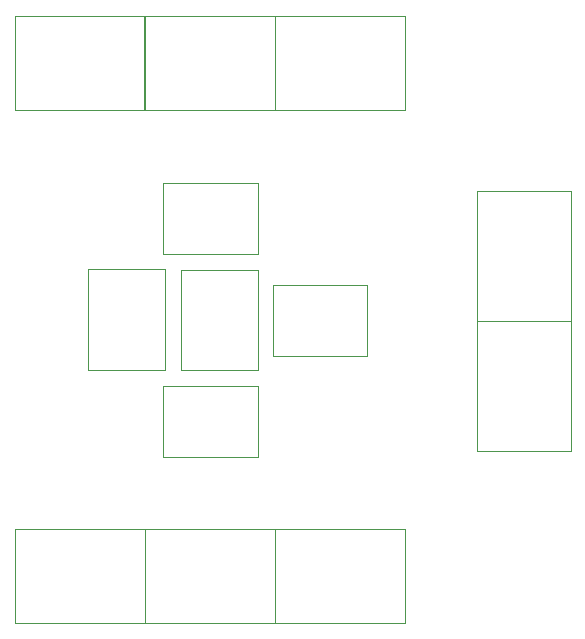
<source format=gbr>
%TF.GenerationSoftware,KiCad,Pcbnew,7.0.9*%
%TF.CreationDate,2023-12-26T14:09:42-08:00*%
%TF.ProjectId,Relay_PCB_final,52656c61-795f-4504-9342-5f66696e616c,rev?*%
%TF.SameCoordinates,Original*%
%TF.FileFunction,Legend,Top*%
%TF.FilePolarity,Positive*%
%FSLAX46Y46*%
G04 Gerber Fmt 4.6, Leading zero omitted, Abs format (unit mm)*
G04 Created by KiCad (PCBNEW 7.0.9) date 2023-12-26 14:09:42*
%MOMM*%
%LPD*%
G01*
G04 APERTURE LIST*
%ADD10C,0.100000*%
G04 APERTURE END LIST*
D10*
%TO.C,*%
X124841000Y-57786000D02*
X135841000Y-57786000D01*
X135841000Y-57786000D02*
X135841000Y-65786000D01*
X135841000Y-65786000D02*
X124841000Y-65786000D01*
X124841000Y-65786000D02*
X124841000Y-57786000D01*
X124851000Y-101220000D02*
X135851000Y-101220000D01*
X135851000Y-101220000D02*
X135851000Y-109220000D01*
X135851000Y-109220000D02*
X124851000Y-109220000D01*
X124851000Y-109220000D02*
X124851000Y-101220000D01*
X135890000Y-57786000D02*
X146890000Y-57786000D01*
X146890000Y-57786000D02*
X146890000Y-65786000D01*
X146890000Y-65786000D02*
X135890000Y-65786000D01*
X135890000Y-65786000D02*
X135890000Y-57786000D01*
X135900000Y-101220000D02*
X146900000Y-101220000D01*
X146900000Y-101220000D02*
X146900000Y-109220000D01*
X146900000Y-109220000D02*
X135900000Y-109220000D01*
X135900000Y-109220000D02*
X135900000Y-101220000D01*
X137541000Y-79248000D02*
X131041000Y-79248000D01*
X131041000Y-79248000D02*
X131041000Y-87748000D01*
X131041000Y-87748000D02*
X137541000Y-87748000D01*
X137541000Y-87748000D02*
X137541000Y-79248000D01*
X145415000Y-71930000D02*
X137415000Y-71930000D01*
X137415000Y-71930000D02*
X137415000Y-77930000D01*
X137415000Y-77930000D02*
X145415000Y-77930000D01*
X145415000Y-77930000D02*
X145415000Y-71930000D01*
X145415000Y-79316000D02*
X138915000Y-79316000D01*
X138915000Y-79316000D02*
X138915000Y-87816000D01*
X138915000Y-87816000D02*
X145415000Y-87816000D01*
X145415000Y-87816000D02*
X145415000Y-79316000D01*
X145415000Y-89154000D02*
X137415000Y-89154000D01*
X137415000Y-89154000D02*
X137415000Y-95154000D01*
X137415000Y-95154000D02*
X145415000Y-95154000D01*
X145415000Y-95154000D02*
X145415000Y-89154000D01*
X146890000Y-57786000D02*
X157890000Y-57786000D01*
X157890000Y-57786000D02*
X157890000Y-65786000D01*
X157890000Y-65786000D02*
X146890000Y-65786000D01*
X146890000Y-65786000D02*
X146890000Y-57786000D01*
X146900000Y-101220000D02*
X157900000Y-101220000D01*
X157900000Y-101220000D02*
X157900000Y-109220000D01*
X157900000Y-109220000D02*
X146900000Y-109220000D01*
X146900000Y-109220000D02*
X146900000Y-101220000D01*
X154685000Y-80566000D02*
X146685000Y-80566000D01*
X146685000Y-80566000D02*
X146685000Y-86566000D01*
X146685000Y-86566000D02*
X154685000Y-86566000D01*
X154685000Y-86566000D02*
X154685000Y-80566000D01*
X163958000Y-83654000D02*
X171958000Y-83654000D01*
X171958000Y-83654000D02*
X171958000Y-72654000D01*
X171958000Y-72654000D02*
X163958000Y-72654000D01*
X163958000Y-72654000D02*
X163958000Y-83654000D01*
X163958000Y-94654000D02*
X171958000Y-94654000D01*
X171958000Y-94654000D02*
X171958000Y-83654000D01*
X171958000Y-83654000D02*
X163958000Y-83654000D01*
X163958000Y-83654000D02*
X163958000Y-94654000D01*
%TD*%
M02*

</source>
